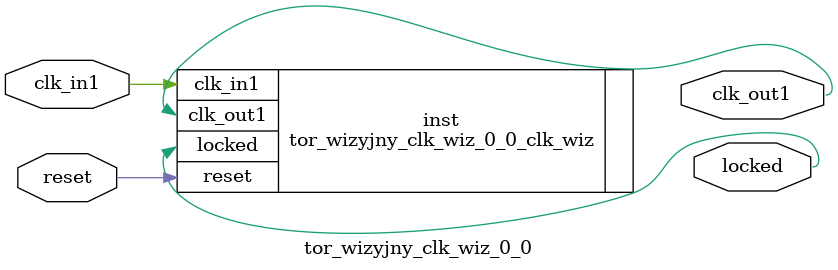
<source format=v>


`timescale 1ps/1ps

(* CORE_GENERATION_INFO = "tor_wizyjny_clk_wiz_0_0,clk_wiz_v6_0_2_0_0,{component_name=tor_wizyjny_clk_wiz_0_0,use_phase_alignment=true,use_min_o_jitter=false,use_max_i_jitter=false,use_dyn_phase_shift=false,use_inclk_switchover=false,use_dyn_reconfig=false,enable_axi=0,feedback_source=FDBK_AUTO,PRIMITIVE=PLL,num_out_clk=1,clkin1_period=8.000,clkin2_period=10.0,use_power_down=false,use_reset=true,use_locked=true,use_inclk_stopped=false,feedback_type=SINGLE,CLOCK_MGR_TYPE=NA,manual_override=false}" *)

module tor_wizyjny_clk_wiz_0_0 
 (
  // Clock out ports
  output        clk_out1,
  // Status and control signals
  input         reset,
  output        locked,
 // Clock in ports
  input         clk_in1
 );

  tor_wizyjny_clk_wiz_0_0_clk_wiz inst
  (
  // Clock out ports  
  .clk_out1(clk_out1),
  // Status and control signals               
  .reset(reset), 
  .locked(locked),
 // Clock in ports
  .clk_in1(clk_in1)
  );

endmodule

</source>
